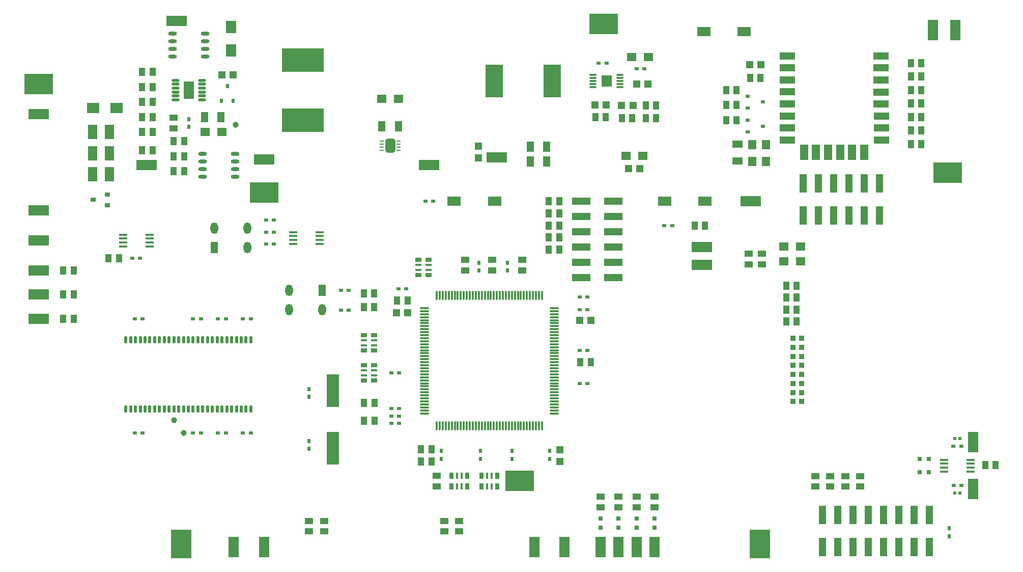
<source format=gtp>
G04 Layer_Color=8421504*
%FSLAX25Y25*%
%MOIN*%
G70*
G01*
G75*
%ADD11R,0.10000X0.04500*%
%ADD12R,0.05500X0.10000*%
%ADD13R,0.13386X0.07087*%
%ADD14R,0.13386X0.18504*%
%ADD15R,0.18504X0.13386*%
%ADD16R,0.06890X0.04921*%
%ADD17C,0.03937*%
%ADD18R,0.05906X0.05512*%
%ADD19R,0.05512X0.04331*%
%ADD20R,0.04331X0.05512*%
%ADD21R,0.03740X0.03740*%
%ADD22R,0.04331X0.01772*%
%ADD23R,0.04331X0.02756*%
%ADD24R,0.02362X0.03150*%
%ADD25R,0.03150X0.02362*%
%ADD26R,0.04724X0.04724*%
%ADD27R,0.04724X0.04724*%
%ADD28R,0.05906X0.09449*%
%ADD29R,0.05512X0.05906*%
%ADD30R,0.07087X0.08465*%
%ADD31R,0.08465X0.07087*%
%ADD32R,0.02362X0.03150*%
%ADD33R,0.03150X0.03150*%
%ADD34R,0.03150X0.03150*%
%ADD35R,0.05000X0.12000*%
%ADD36R,0.12000X0.05000*%
%ADD37R,0.27559X0.15748*%
%ADD38R,0.11417X0.21260*%
%ADD39R,0.03740X0.02559*%
%ADD40R,0.03150X0.02362*%
%ADD41R,0.04921X0.06890*%
%ADD42R,0.02362X0.02165*%
%ADD43R,0.02756X0.04331*%
%ADD44R,0.01772X0.04331*%
%ADD45R,0.09055X0.05906*%
%ADD46R,0.07087X0.13386*%
%ADD47O,0.06496X0.01161*%
%ADD48O,0.01161X0.06496*%
%ADD49R,0.06929X0.11614*%
%ADD50O,0.05315X0.01693*%
%ADD51O,0.05709X0.02362*%
G04:AMPARAMS|DCode=52|XSize=93.7mil|YSize=64.96mil|CornerRadius=16.24mil|HoleSize=0mil|Usage=FLASHONLY|Rotation=270.000|XOffset=0mil|YOffset=0mil|HoleType=Round|Shape=RoundedRectangle|*
%AMROUNDEDRECTD52*
21,1,0.09370,0.03248,0,0,270.0*
21,1,0.06122,0.06496,0,0,270.0*
1,1,0.03248,-0.01624,-0.03061*
1,1,0.03248,-0.01624,0.03061*
1,1,0.03248,0.01624,0.03061*
1,1,0.03248,0.01624,-0.03061*
%
%ADD52ROUNDEDRECTD52*%
%ADD53R,0.02756X0.00984*%
%ADD54R,0.05512X0.01693*%
%ADD55O,0.05315X0.01142*%
%ADD56R,0.06614X0.07402*%
%ADD57R,0.07874X0.21654*%
%ADD58O,0.05118X0.07480*%
%ADD59R,0.05118X0.07480*%
%ADD60O,0.02165X0.04724*%
D11*
X510154Y337281D02*
D03*
Y329481D02*
D03*
Y321581D02*
D03*
Y313781D02*
D03*
Y305781D02*
D03*
Y297981D02*
D03*
Y290181D02*
D03*
Y282281D02*
D03*
X571655Y282181D02*
D03*
Y290081D02*
D03*
Y297881D02*
D03*
X571555Y305781D02*
D03*
Y313681D02*
D03*
Y321481D02*
D03*
Y329481D02*
D03*
Y337281D02*
D03*
D12*
X521154Y274081D02*
D03*
X528955D02*
D03*
X536755D02*
D03*
X544755D02*
D03*
X560555D02*
D03*
X552555D02*
D03*
D13*
X486221Y242126D02*
D03*
X454134Y212205D02*
D03*
Y200394D02*
D03*
X19685Y299213D02*
D03*
X167323Y269685D02*
D03*
X110236Y360236D02*
D03*
X90551Y265748D02*
D03*
X275590D02*
D03*
X19685Y216535D02*
D03*
Y236221D02*
D03*
Y196850D02*
D03*
Y181102D02*
D03*
Y165354D02*
D03*
X319685Y270866D02*
D03*
D14*
X113189Y17717D02*
D03*
X492126D02*
D03*
D15*
X334646Y59055D02*
D03*
X19685Y318898D02*
D03*
X167323Y248031D02*
D03*
X389764Y358268D02*
D03*
X615158Y260827D02*
D03*
D16*
X477559Y279429D02*
D03*
Y268602D02*
D03*
D17*
X108366Y98721D02*
D03*
X148819Y292126D02*
D03*
X114665Y90551D02*
D03*
D18*
X507874Y202756D02*
D03*
X518898D02*
D03*
X507874Y212598D02*
D03*
X518898D02*
D03*
X244488Y309055D02*
D03*
X255512D02*
D03*
X128740Y287402D02*
D03*
X139764D02*
D03*
X408268Y336614D02*
D03*
X419291D02*
D03*
X404331Y272047D02*
D03*
X415354D02*
D03*
D19*
X493504Y207776D02*
D03*
Y200886D02*
D03*
X484646Y207776D02*
D03*
Y200886D02*
D03*
X280512Y55610D02*
D03*
Y62500D02*
D03*
X285433Y26083D02*
D03*
Y32972D02*
D03*
X295276Y26083D02*
D03*
Y32972D02*
D03*
X196850Y26083D02*
D03*
Y32972D02*
D03*
X206693Y26083D02*
D03*
Y32972D02*
D03*
X336614Y203740D02*
D03*
Y196850D02*
D03*
X316929D02*
D03*
Y203740D02*
D03*
X108268Y289862D02*
D03*
Y296752D02*
D03*
X423228Y48720D02*
D03*
Y41831D02*
D03*
X411417Y48720D02*
D03*
Y41831D02*
D03*
X399606Y48720D02*
D03*
Y41831D02*
D03*
X387795Y48720D02*
D03*
Y41831D02*
D03*
X299213Y196850D02*
D03*
Y203740D02*
D03*
X528445Y55413D02*
D03*
Y62303D02*
D03*
X538287D02*
D03*
Y55413D02*
D03*
X548130D02*
D03*
Y62303D02*
D03*
X557972D02*
D03*
Y55413D02*
D03*
D20*
X516240Y163386D02*
D03*
X509350D02*
D03*
X516240Y171260D02*
D03*
X509350D02*
D03*
Y187008D02*
D03*
X516240D02*
D03*
Y179134D02*
D03*
X509350D02*
D03*
X239665Y110236D02*
D03*
X232776D02*
D03*
X239665Y98425D02*
D03*
X232776D02*
D03*
X353839Y242126D02*
D03*
X360728D02*
D03*
X456201Y226378D02*
D03*
X449311D02*
D03*
X94488Y326772D02*
D03*
X87598D02*
D03*
X94488Y316929D02*
D03*
X87598D02*
D03*
X108268Y261811D02*
D03*
X115157D02*
D03*
Y271654D02*
D03*
X108268D02*
D03*
X87598Y307087D02*
D03*
X94488D02*
D03*
X108268Y281496D02*
D03*
X115157D02*
D03*
X87598Y297244D02*
D03*
X94488D02*
D03*
X87598Y287402D02*
D03*
X94488D02*
D03*
X42815Y196850D02*
D03*
X35925D02*
D03*
X42815Y181102D02*
D03*
X35925D02*
D03*
X42815Y165354D02*
D03*
X35925D02*
D03*
X408563Y296457D02*
D03*
X401673D02*
D03*
X417323D02*
D03*
X424213D02*
D03*
Y304724D02*
D03*
X417323D02*
D03*
X384350Y297244D02*
D03*
X391240D02*
D03*
X374508Y136811D02*
D03*
X381398D02*
D03*
X476870Y314961D02*
D03*
X469980D02*
D03*
X492618Y322835D02*
D03*
X485728D02*
D03*
X597933Y297244D02*
D03*
X591043D02*
D03*
X597933Y288386D02*
D03*
X591043D02*
D03*
X597933Y332677D02*
D03*
X591043D02*
D03*
X597933Y306102D02*
D03*
X591043D02*
D03*
X476870Y305118D02*
D03*
X469980D02*
D03*
X597933Y279528D02*
D03*
X591043D02*
D03*
X597933Y323819D02*
D03*
X591043D02*
D03*
X597933Y314961D02*
D03*
X591043D02*
D03*
X476870Y295276D02*
D03*
X469980D02*
D03*
X360728Y234252D02*
D03*
X353839D02*
D03*
Y226378D02*
D03*
X360728D02*
D03*
X261319Y177165D02*
D03*
X254429D02*
D03*
X239567Y172933D02*
D03*
X232677D02*
D03*
Y181791D02*
D03*
X239567D02*
D03*
X353839Y218504D02*
D03*
X360728D02*
D03*
Y210630D02*
D03*
X353839D02*
D03*
X87598Y275590D02*
D03*
X94488D02*
D03*
X72342Y204724D02*
D03*
X65453D02*
D03*
X639665Y69587D02*
D03*
X646555D02*
D03*
X270177Y79724D02*
D03*
X277067D02*
D03*
Y71850D02*
D03*
X270177D02*
D03*
D21*
X519488Y111122D02*
D03*
X513779D02*
D03*
X519488Y117028D02*
D03*
X513779D02*
D03*
X519488Y122933D02*
D03*
X513779D02*
D03*
X519488Y128839D02*
D03*
X513779D02*
D03*
X519488Y134744D02*
D03*
X513779D02*
D03*
X519488Y140650D02*
D03*
X513779D02*
D03*
X519488Y146555D02*
D03*
X513779D02*
D03*
X519488Y152461D02*
D03*
X513779D02*
D03*
D22*
X275000Y197244D02*
D03*
Y200394D02*
D03*
X268307Y197244D02*
D03*
Y200394D02*
D03*
X232874Y151181D02*
D03*
Y148031D02*
D03*
X239567Y151181D02*
D03*
Y148031D02*
D03*
X232874Y131496D02*
D03*
Y128347D02*
D03*
X239567Y131496D02*
D03*
Y128347D02*
D03*
D23*
X275000Y193720D02*
D03*
Y203917D02*
D03*
X268307Y193720D02*
D03*
Y203917D02*
D03*
X232874Y154705D02*
D03*
Y144508D02*
D03*
X239567Y154705D02*
D03*
Y144508D02*
D03*
X232874Y135020D02*
D03*
Y124823D02*
D03*
X239567Y135020D02*
D03*
Y124823D02*
D03*
D24*
X196850Y114173D02*
D03*
Y119291D02*
D03*
Y85236D02*
D03*
Y80118D02*
D03*
X283465Y78740D02*
D03*
Y73622D02*
D03*
X309055Y78740D02*
D03*
Y73622D02*
D03*
X329724Y78740D02*
D03*
Y73622D02*
D03*
X354331Y78740D02*
D03*
Y73622D02*
D03*
X326772Y196850D02*
D03*
Y201969D02*
D03*
X308071Y196850D02*
D03*
Y201969D02*
D03*
X616142Y28150D02*
D03*
Y23031D02*
D03*
X118110Y290748D02*
D03*
Y295866D02*
D03*
D25*
X217815Y170965D02*
D03*
X222933D02*
D03*
X217815Y183760D02*
D03*
X222933D02*
D03*
X250787Y101676D02*
D03*
X255906D02*
D03*
X250787Y96850D02*
D03*
X255906D02*
D03*
X273031Y242126D02*
D03*
X278150D02*
D03*
X255315Y185039D02*
D03*
X260433D02*
D03*
X250787Y129921D02*
D03*
X255906D02*
D03*
X250787Y106501D02*
D03*
X255906D02*
D03*
X374016Y123031D02*
D03*
X379134D02*
D03*
X374016Y144685D02*
D03*
X379134D02*
D03*
X374016Y171260D02*
D03*
X379134D02*
D03*
X374016Y179528D02*
D03*
X379134D02*
D03*
X429528Y226378D02*
D03*
X434646D02*
D03*
X168799Y222050D02*
D03*
X173917D02*
D03*
X168799Y214176D02*
D03*
X173917D02*
D03*
X168799Y229924D02*
D03*
X173917D02*
D03*
X86221Y204724D02*
D03*
X81102D02*
D03*
X624114Y56299D02*
D03*
X618996D02*
D03*
X618898Y81988D02*
D03*
X624016D02*
D03*
X386614Y332677D02*
D03*
X391732D02*
D03*
X416535Y328740D02*
D03*
X411417D02*
D03*
X87795Y165354D02*
D03*
X82677D02*
D03*
X125984D02*
D03*
X120866D02*
D03*
X142323D02*
D03*
X137205D02*
D03*
X158661D02*
D03*
X153543D02*
D03*
X82677Y90551D02*
D03*
X87795D02*
D03*
X120866D02*
D03*
X125984D02*
D03*
X137205D02*
D03*
X142323D02*
D03*
X153543D02*
D03*
X158661D02*
D03*
D26*
X261614Y169291D02*
D03*
X254134D02*
D03*
X381496Y164370D02*
D03*
X374016D02*
D03*
X147244Y324803D02*
D03*
X139764D02*
D03*
X401575Y304724D02*
D03*
X409055D02*
D03*
X406102Y263386D02*
D03*
X413583D02*
D03*
X391535Y305118D02*
D03*
X384055D02*
D03*
X418898Y318898D02*
D03*
X411417D02*
D03*
X485433Y331693D02*
D03*
X492913D02*
D03*
D27*
X361221Y72047D02*
D03*
Y79527D02*
D03*
X307874Y278150D02*
D03*
Y270669D02*
D03*
D28*
X55118Y287402D02*
D03*
X66142D02*
D03*
X55118Y273622D02*
D03*
X66142D02*
D03*
X55118Y259842D02*
D03*
X66142D02*
D03*
D29*
X487205Y279134D02*
D03*
Y268110D02*
D03*
X496063Y279134D02*
D03*
Y268110D02*
D03*
D30*
X145669Y356102D02*
D03*
Y340748D02*
D03*
D31*
X55512Y303150D02*
D03*
X70866D02*
D03*
D32*
X139567Y307776D02*
D03*
X147047D02*
D03*
X143307Y317618D02*
D03*
D33*
X423228Y34449D02*
D03*
Y28543D02*
D03*
X411417Y34449D02*
D03*
Y28543D02*
D03*
X399606Y34449D02*
D03*
Y28543D02*
D03*
X387795Y34449D02*
D03*
Y28543D02*
D03*
D34*
X596850Y64764D02*
D03*
X602756D02*
D03*
X596850Y73425D02*
D03*
X602756D02*
D03*
D35*
X602992Y36748D02*
D03*
X592992D02*
D03*
X602992Y15748D02*
D03*
X592992D02*
D03*
X582992Y36748D02*
D03*
Y15748D02*
D03*
X572992Y36748D02*
D03*
Y15748D02*
D03*
X562992Y36748D02*
D03*
Y15748D02*
D03*
X552992Y36748D02*
D03*
Y15748D02*
D03*
X542992Y36748D02*
D03*
Y15748D02*
D03*
X532992Y36748D02*
D03*
Y15748D02*
D03*
X520354Y232937D02*
D03*
Y253937D02*
D03*
X530354Y232937D02*
D03*
Y253937D02*
D03*
X540354Y232937D02*
D03*
Y253937D02*
D03*
X550354Y232937D02*
D03*
Y253937D02*
D03*
X560354Y232937D02*
D03*
Y253937D02*
D03*
X570354Y232937D02*
D03*
Y253937D02*
D03*
D36*
X396197Y192244D02*
D03*
X375197D02*
D03*
X396197Y202244D02*
D03*
X375197D02*
D03*
X396197Y212244D02*
D03*
X375197D02*
D03*
X396197Y222244D02*
D03*
X375197D02*
D03*
X396197Y232244D02*
D03*
X375197D02*
D03*
X396197Y242244D02*
D03*
X375197D02*
D03*
D37*
X192913Y295276D02*
D03*
Y334646D02*
D03*
D38*
X318110Y320866D02*
D03*
X356299D02*
D03*
D39*
X64665Y239567D02*
D03*
Y246654D02*
D03*
X55413Y243110D02*
D03*
D40*
X484252Y310827D02*
D03*
Y303346D02*
D03*
X494095Y307087D02*
D03*
X484252Y295079D02*
D03*
Y287598D02*
D03*
X494095Y291339D02*
D03*
D41*
X139272Y297244D02*
D03*
X128445D02*
D03*
X255413Y291339D02*
D03*
X244587D02*
D03*
X341732Y268110D02*
D03*
X352559D02*
D03*
X341732Y277953D02*
D03*
X352559D02*
D03*
D42*
X619882Y51279D02*
D03*
X623228D02*
D03*
X623130Y86910D02*
D03*
X619783D02*
D03*
D43*
X290177Y55709D02*
D03*
X300374D02*
D03*
X290177Y62402D02*
D03*
X300374D02*
D03*
X309862Y55709D02*
D03*
X320059D02*
D03*
X309862Y62402D02*
D03*
X320059D02*
D03*
D44*
X293701Y55709D02*
D03*
X296850D02*
D03*
X293701Y62402D02*
D03*
X296850D02*
D03*
X313386Y55709D02*
D03*
X316535D02*
D03*
X313386Y62402D02*
D03*
X316535D02*
D03*
D45*
X291929Y242126D02*
D03*
X318307D02*
D03*
X429724D02*
D03*
X456102D02*
D03*
X481693Y353346D02*
D03*
X455315D02*
D03*
D46*
X344488Y15748D02*
D03*
X364173D02*
D03*
X147638D02*
D03*
X167323D02*
D03*
X423228D02*
D03*
X411417D02*
D03*
X399606D02*
D03*
X387795D02*
D03*
X631791Y53937D02*
D03*
Y84653D02*
D03*
X605315Y354331D02*
D03*
X620079D02*
D03*
D47*
X272342Y172244D02*
D03*
Y170276D02*
D03*
Y168307D02*
D03*
Y166339D02*
D03*
Y164370D02*
D03*
Y162402D02*
D03*
Y160433D02*
D03*
Y158465D02*
D03*
Y156496D02*
D03*
Y154528D02*
D03*
Y152559D02*
D03*
Y150591D02*
D03*
Y148622D02*
D03*
Y146653D02*
D03*
Y144685D02*
D03*
Y142717D02*
D03*
Y140748D02*
D03*
Y138779D02*
D03*
Y136811D02*
D03*
Y134843D02*
D03*
Y132874D02*
D03*
Y130905D02*
D03*
Y128937D02*
D03*
Y126969D02*
D03*
Y125000D02*
D03*
Y123031D02*
D03*
Y121063D02*
D03*
Y119095D02*
D03*
Y117126D02*
D03*
Y115157D02*
D03*
Y113189D02*
D03*
Y111221D02*
D03*
Y109252D02*
D03*
Y107283D02*
D03*
Y105315D02*
D03*
Y103347D02*
D03*
X357579D02*
D03*
Y105315D02*
D03*
Y107283D02*
D03*
Y109252D02*
D03*
Y111221D02*
D03*
Y113189D02*
D03*
Y115157D02*
D03*
Y117126D02*
D03*
Y119095D02*
D03*
Y121063D02*
D03*
Y123031D02*
D03*
Y125000D02*
D03*
Y126969D02*
D03*
Y128937D02*
D03*
Y130905D02*
D03*
Y132874D02*
D03*
Y134843D02*
D03*
Y136811D02*
D03*
Y138779D02*
D03*
Y140748D02*
D03*
Y142717D02*
D03*
Y144685D02*
D03*
Y146653D02*
D03*
Y148622D02*
D03*
Y150591D02*
D03*
Y152559D02*
D03*
Y154528D02*
D03*
Y156496D02*
D03*
Y158465D02*
D03*
Y160433D02*
D03*
Y162402D02*
D03*
Y164370D02*
D03*
Y166339D02*
D03*
Y168307D02*
D03*
Y170276D02*
D03*
Y172244D02*
D03*
D48*
X280512Y95177D02*
D03*
X282480D02*
D03*
X284449D02*
D03*
X286417D02*
D03*
X288386D02*
D03*
X290354D02*
D03*
X292323D02*
D03*
X294291D02*
D03*
X296260D02*
D03*
X298228D02*
D03*
X300197D02*
D03*
X302165D02*
D03*
X304134D02*
D03*
X306102D02*
D03*
X308071D02*
D03*
X310039D02*
D03*
X312008D02*
D03*
X313976D02*
D03*
X315945D02*
D03*
X317913D02*
D03*
X319882D02*
D03*
X321850D02*
D03*
X323819D02*
D03*
X325787D02*
D03*
X327756D02*
D03*
X329724D02*
D03*
X331693D02*
D03*
X333661D02*
D03*
X335630D02*
D03*
X337598D02*
D03*
X339567D02*
D03*
X341535D02*
D03*
X343504D02*
D03*
X345472D02*
D03*
X347441D02*
D03*
X349410D02*
D03*
Y180413D02*
D03*
X347441D02*
D03*
X345472D02*
D03*
X343504D02*
D03*
X341535D02*
D03*
X339567D02*
D03*
X337598D02*
D03*
X335630D02*
D03*
X333661D02*
D03*
X331693D02*
D03*
X329724D02*
D03*
X327756D02*
D03*
X325787D02*
D03*
X323819D02*
D03*
X321850D02*
D03*
X319882D02*
D03*
X317913D02*
D03*
X315945D02*
D03*
X313976D02*
D03*
X312008D02*
D03*
X310039D02*
D03*
X308071D02*
D03*
X306102D02*
D03*
X304134D02*
D03*
X302165D02*
D03*
X300197D02*
D03*
X298228D02*
D03*
X296260D02*
D03*
X294291D02*
D03*
X292323D02*
D03*
X290354D02*
D03*
X288386D02*
D03*
X286417D02*
D03*
X284449D02*
D03*
X282480D02*
D03*
X280512D02*
D03*
D49*
X118110Y314961D02*
D03*
D50*
X126870Y308563D02*
D03*
Y311122D02*
D03*
Y313681D02*
D03*
Y316240D02*
D03*
Y318799D02*
D03*
Y321358D02*
D03*
X109350Y308563D02*
D03*
Y311122D02*
D03*
Y313681D02*
D03*
Y316240D02*
D03*
Y318799D02*
D03*
Y321358D02*
D03*
D51*
X128839Y336988D02*
D03*
Y341988D02*
D03*
Y346988D02*
D03*
Y351988D02*
D03*
X107382Y336988D02*
D03*
Y341988D02*
D03*
Y346988D02*
D03*
Y351988D02*
D03*
X148524Y258248D02*
D03*
Y263248D02*
D03*
Y268248D02*
D03*
Y273248D02*
D03*
X127067Y258248D02*
D03*
Y263248D02*
D03*
Y268248D02*
D03*
Y273248D02*
D03*
D52*
X250000Y278543D02*
D03*
D53*
X244488Y281594D02*
D03*
Y279626D02*
D03*
Y277658D02*
D03*
Y275689D02*
D03*
X255512D02*
D03*
Y277658D02*
D03*
Y279626D02*
D03*
Y281594D02*
D03*
D54*
X203642Y214274D02*
D03*
Y216833D02*
D03*
Y219392D02*
D03*
Y221951D02*
D03*
X186319Y214274D02*
D03*
Y216833D02*
D03*
Y219392D02*
D03*
Y221951D02*
D03*
X75000Y220374D02*
D03*
Y217815D02*
D03*
Y215256D02*
D03*
Y212697D02*
D03*
X92323Y220374D02*
D03*
Y217815D02*
D03*
Y215256D02*
D03*
Y212697D02*
D03*
X630118Y65354D02*
D03*
Y67913D02*
D03*
Y70473D02*
D03*
Y73032D02*
D03*
X612795Y65354D02*
D03*
Y67913D02*
D03*
Y70473D02*
D03*
Y73032D02*
D03*
D55*
X382972Y324803D02*
D03*
Y322835D02*
D03*
Y320866D02*
D03*
Y318898D02*
D03*
Y316929D02*
D03*
X400492Y324803D02*
D03*
Y322835D02*
D03*
Y320866D02*
D03*
Y318898D02*
D03*
Y316929D02*
D03*
D56*
X391732Y320866D02*
D03*
D57*
X212598Y80709D02*
D03*
Y118110D02*
D03*
D58*
X183957Y171161D02*
D03*
X205610D02*
D03*
X183957Y183760D02*
D03*
X156398Y224412D02*
D03*
X134744D02*
D03*
X156398Y211814D02*
D03*
D59*
X205610Y183760D02*
D03*
X134744Y211814D02*
D03*
D60*
X158760Y151575D02*
D03*
X155610D02*
D03*
X152461D02*
D03*
X149311D02*
D03*
X146161D02*
D03*
X143012D02*
D03*
X139862D02*
D03*
X136713D02*
D03*
X133563D02*
D03*
X130413D02*
D03*
X127264D02*
D03*
X124114D02*
D03*
X120965D02*
D03*
X117815D02*
D03*
X114665D02*
D03*
X111516D02*
D03*
X108366D02*
D03*
X105217D02*
D03*
X102067D02*
D03*
X98917D02*
D03*
X95768D02*
D03*
X92618D02*
D03*
X89468D02*
D03*
X86319D02*
D03*
X83169D02*
D03*
X80020D02*
D03*
X76870D02*
D03*
X158760Y106299D02*
D03*
X155610D02*
D03*
X152461D02*
D03*
X149311D02*
D03*
X146161D02*
D03*
X143012D02*
D03*
X139862D02*
D03*
X136713D02*
D03*
X133563D02*
D03*
X130413D02*
D03*
X127264D02*
D03*
X124114D02*
D03*
X120965D02*
D03*
X117815D02*
D03*
X114665D02*
D03*
X111516D02*
D03*
X108366D02*
D03*
X105217D02*
D03*
X102067D02*
D03*
X98917D02*
D03*
X95768D02*
D03*
X92618D02*
D03*
X89468D02*
D03*
X86319D02*
D03*
X83169D02*
D03*
X80020D02*
D03*
X76870D02*
D03*
M02*

</source>
